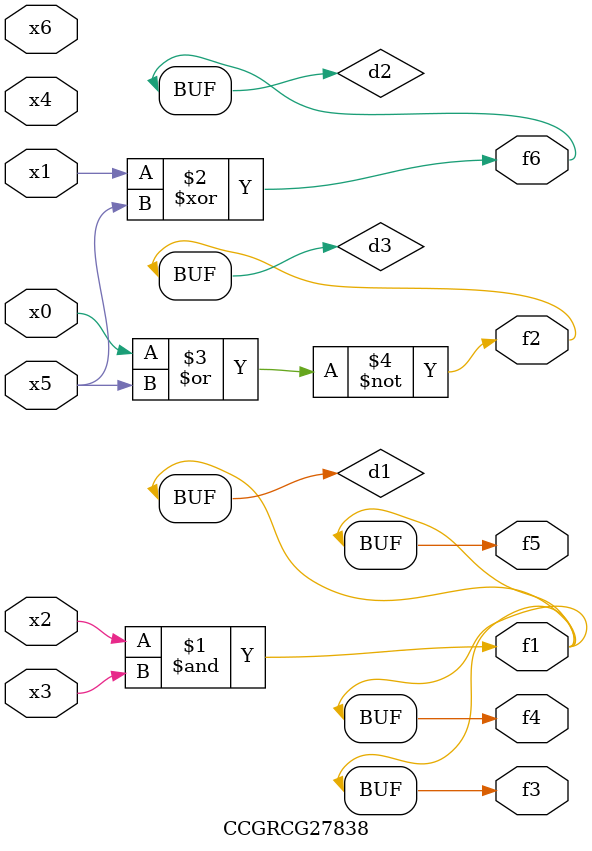
<source format=v>
module CCGRCG27838(
	input x0, x1, x2, x3, x4, x5, x6,
	output f1, f2, f3, f4, f5, f6
);

	wire d1, d2, d3;

	and (d1, x2, x3);
	xor (d2, x1, x5);
	nor (d3, x0, x5);
	assign f1 = d1;
	assign f2 = d3;
	assign f3 = d1;
	assign f4 = d1;
	assign f5 = d1;
	assign f6 = d2;
endmodule

</source>
